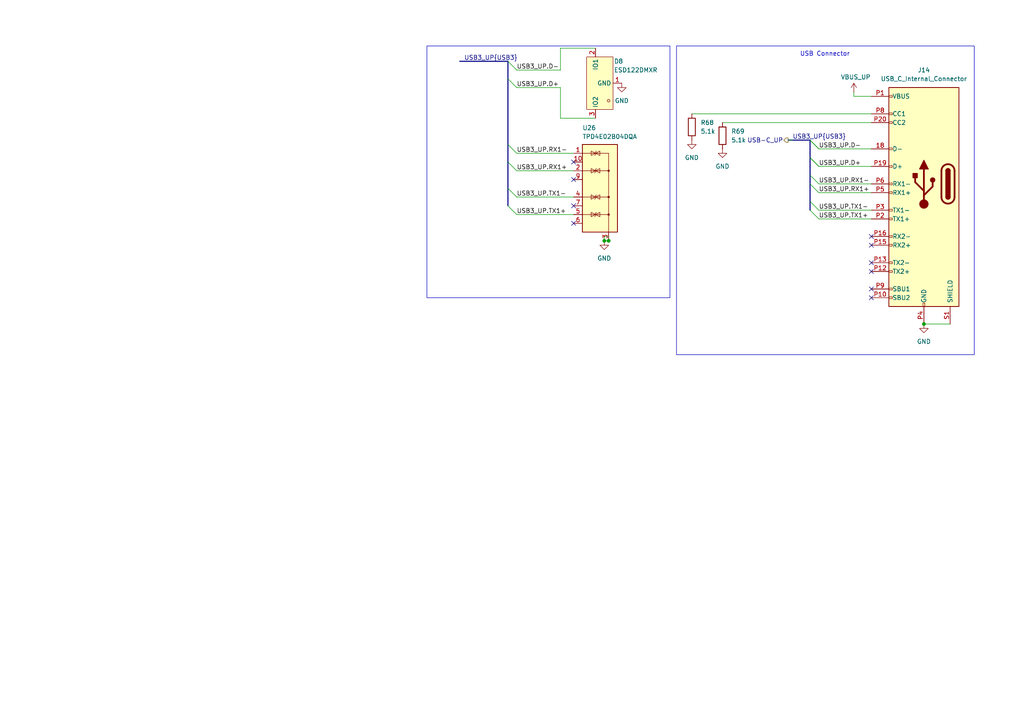
<source format=kicad_sch>
(kicad_sch (version 20250114) (generator "eeschema") (generator_version "9.0")
  (paper "A4")
  (title_block (title "USB Hub"))
  (lib_symbols
    (symbol "Connector:USB_C_Receptacle" (pin_names (offset 1.016))
      (property "Reference" "J13" (at 0 33.02 0))
      (property "Value" "USB_C_Receptacle" (at 0 30.48 0))
      (symbol "USB_C_Receptacle_0_0"
        (rectangle (start -0.254 -35.56) (end 0.254 -34.544))
        (rectangle (start 10.16 25.654) (end 9.144 25.146))
        (rectangle (start 10.16 20.574) (end 9.144 20.066))
        (rectangle (start 10.16 18.034) (end 9.144 17.526))
        (rectangle (start 10.16 10.414) (end 9.144 9.906))
        (rectangle (start 10.16 5.334) (end 9.144 4.826))
        (rectangle (start 10.16 0.254) (end 9.144 -0.254))
        (rectangle (start 10.16 -2.286) (end 9.144 -2.794))
        (rectangle (start 10.16 -7.366) (end 9.144 -7.874))
        (rectangle (start 10.16 -9.906) (end 9.144 -10.414))
        (rectangle (start 10.16 -14.986) (end 9.144 -15.494))
        (rectangle (start 10.16 -17.526) (end 9.144 -18.034))
        (rectangle (start 10.16 -22.606) (end 9.144 -23.114))
        (rectangle (start 10.16 -25.146) (end 9.144 -25.654))
        (rectangle (start 10.16 -30.226) (end 9.144 -30.734))
        (rectangle (start 10.16 -32.766) (end 9.144 -33.274))
      )
      (symbol "USB_C_Receptacle_0_1"
        (rectangle (start -10.16 27.94) (end 10.16 -35.56) (stroke (width 0.254)) (fill (type background)))
        (polyline (pts (xy -8.89 -3.81) (xy -8.89 3.81)) (stroke (width 0.508)))
        (rectangle (start -7.62 -3.81) (end -6.35 3.81) (stroke (width 0.254)) (fill (type outline)))
        (arc (start -7.62 3.81) (mid -6.985 4.4423) (end -6.35 3.81) (stroke (width 0.254)))
        (arc (start -7.62 3.81) (mid -6.985 4.4423) (end -6.35 3.81) (stroke (width 0.254)) (fill (type outline)))
        (arc (start -8.89 3.81) (mid -6.985 5.7067) (end -5.08 3.81) (stroke (width 0.508)))
        (arc (start -5.08 -3.81) (mid -6.985 -5.7067) (end -8.89 -3.81) (stroke (width 0.508)))
        (arc (start -6.35 -3.81) (mid -6.985 -4.4423) (end -7.62 -3.81) (stroke (width 0.254)))
        (arc (start -6.35 -3.81) (mid -6.985 -4.4423) (end -7.62 -3.81) (stroke (width 0.254)) (fill (type outline)))
        (polyline (pts (xy -5.08 3.81) (xy -5.08 -3.81)) (stroke (width 0.508)))
      )
      (symbol "USB_C_Receptacle_1_1"
        (circle (center -2.54 1.143) (radius 0.635) (stroke (width 0.254)) (fill (type outline)))
        (polyline (pts (xy -1.27 4.318) (xy 0 6.858) (xy 1.27 4.318) (xy -1.27 4.318)) (stroke (width 0.254)) (fill (type outline)))
        (polyline (pts (xy 0 -2.032) (xy 2.54 0.508) (xy 2.54 1.778)) (stroke (width 0.508)))
        (polyline (pts (xy 0 -3.302) (xy -2.54 -0.762) (xy -2.54 0.508)) (stroke (width 0.508)))
        (polyline (pts (xy 0 -5.842) (xy 0 4.318)) (stroke (width 0.508)))
        (circle (center 0 -5.842) (radius 1.27) (fill (type outline)))
        (rectangle (start 1.905 1.778) (end 3.175 3.048) (stroke (width 0.254)) (fill (type outline)))
        (pin passive line (at -7.62 -40.64 90) (length 5.08) (name "SHIELD") (number "S1"))
        (pin passive line (at 0 -40.64 90) (length 5.08) (hide yes) (name "GND") (number "P14"))
        (pin passive line (at 0 -40.64 90) (length 5.08) (hide yes) (name "GND") (number "P17"))
        (pin passive line (at 0 -40.64 90) (length 5.08) (name "GND") (number "P4"))
        (pin passive line (at 15.24 25.4 180) (length 5.08) (name "VBUS") (number "P1"))
        (pin passive line (at 15.24 25.4 180) (length 5.08) (hide yes) (name "VBUS") (number "P11"))
        (pin passive line (at 15.24 25.4 180) (length 5.08) (hide yes) (name "VBUS") (number "P7"))
        (pin bidirectional line (at 15.24 20.32 180) (length 5.08) (name "CC1") (number "P8"))
        (pin bidirectional line (at 15.24 17.78 180) (length 5.08) (name "CC2") (number "P20"))
        (pin bidirectional line (at 15.24 10.16 180) (length 5.08) (name "D-") (number "18"))
        (pin bidirectional line (at 15.24 5.08 180) (length 5.08) (name "D+") (number "P19"))
        (pin bidirectional line (at 15.24 0 180) (length 5.08) (name "RX1-") (number "P6"))
        (pin bidirectional line (at 15.24 -2.54 180) (length 5.08) (name "RX1+") (number "P5"))
        (pin bidirectional line (at 15.24 -7.62 180) (length 5.08) (name "TX1-") (number "P3"))
        (pin bidirectional line (at 15.24 -10.16 180) (length 5.08) (name "TX1+") (number "P2"))
        (pin bidirectional line (at 15.24 -15.24 180) (length 5.08) (name "RX2-") (number "P16"))
        (pin bidirectional line (at 15.24 -17.78 180) (length 5.08) (name "RX2+") (number "P15"))
        (pin bidirectional line (at 15.24 -22.86 180) (length 5.08) (name "TX2-") (number "P13"))
        (pin bidirectional line (at 15.24 -25.4 180) (length 5.08) (name "TX2+") (number "P12"))
        (pin bidirectional line (at 15.24 -30.48 180) (length 5.08) (name "SBU1") (number "P9"))
        (pin bidirectional line (at 15.24 -33.02 180) (length 5.08) (name "SBU2") (number "P10"))
      )
    )
    (symbol "Device:R" (pin_numbers (hide yes)) (pin_names (offset 0))
      (property "Reference" "R" (at 2.032 0 90))
      (property "Value" "R" (at 0 0 90))
      (symbol "R_0_1"
        (rectangle (start -1.016 -2.54) (end 1.016 2.54) (stroke (width 0.254)))
      )
      (symbol "R_1_1"
        (pin passive line (at 0 3.81 270) (length 1.27) (name "~") (number "1"))
        (pin passive line (at 0 -3.81 90) (length 1.27) (name "~") (number "2"))
      )
    )
    (symbol "EasyEDA:ESD122DMXR"
      (property "Reference" "D" (at 0 15.24 0))
      (property "Value" "ESD122DMXR" (at 0 -15.24 0))
      (symbol "ESD122DMXR_0_1"
        (rectangle (start -5.08 7.62) (end 2.54 -7.62) (fill (type background)))
        (circle (center -3.81 5.08) (radius 0.38))
        (pin unspecified line (at -7.62 0 0) (length 2.54) (name "GND") (number "1"))
        (pin unspecified line (at 0 10.16 270) (length 2.54) (name "IO2") (number "3"))
        (pin unspecified line (at 0 -10.16 90) (length 2.54) (name "IO1") (number "2"))
      )
    )
    (symbol "Power_Protection:TPD4E02B04DQA" (pin_names (hide yes))
      (property "Reference" "U" (at 2.54 -11.43 0))
      (property "Value" "TPD4E02B04DQA" (at 7.62 1.905 0))
      (symbol "TPD4E02B04DQA_0_0"
        (pin passive line (at 2.54 -15.24 90) (length 2.54) (name "G") (number "3"))
      )
      (symbol "TPD4E02B04DQA_0_1"
        (rectangle (start -5.08 12.7) (end 5.08 -12.7) (stroke (width 0.254)) (fill (type background)))
        (polyline (pts (xy -5.08 10.16) (xy 2.54 10.16)))
        (polyline (pts (xy -5.08 5.08) (xy 2.54 5.08)))
        (polyline (pts (xy -5.08 -2.54) (xy 2.54 -2.54)))
        (polyline (pts (xy -5.08 -7.62) (xy 2.54 -7.62)))
        (polyline (pts (xy -1.27 10.16) (xy 0 9.525) (xy 0 10.795) (xy -1.27 10.16)))
        (polyline (pts (xy -1.27 5.08) (xy 0 4.445) (xy 0 5.715) (xy -1.27 5.08)))
        (polyline (pts (xy -1.27 -2.54) (xy 0 -3.175) (xy 0 -1.905) (xy -1.27 -2.54)))
        (polyline (pts (xy -1.27 -7.62) (xy 0 -8.255) (xy 0 -6.985) (xy -1.27 -7.62)))
        (polyline (pts (xy 2.54 10.16) (xy 2.54 -12.7)) (stroke (width 0.1524)))
        (circle (center 2.54 5.08) (radius 0.254) (fill (type outline)))
        (circle (center 2.54 -2.54) (radius 0.254) (fill (type outline)))
        (circle (center 2.54 -7.62) (radius 0.254) (fill (type outline)))
      )
      (symbol "TPD4E02B04DQA_1_1"
        (polyline (pts (xy -1.524 9.525) (xy -1.27 9.779) (xy -1.27 10.541) (xy -1.016 10.795)))
        (polyline (pts (xy -1.524 4.445) (xy -1.27 4.699) (xy -1.27 5.461) (xy -1.016 5.715)))
        (polyline (pts (xy -1.524 -3.175) (xy -1.27 -2.921) (xy -1.27 -2.159) (xy -1.016 -1.905)))
        (polyline (pts (xy -1.524 -8.255) (xy -1.27 -8.001) (xy -1.27 -7.239) (xy -1.016 -6.985)))
        (polyline (pts (xy -1.27 10.16) (xy -2.54 9.525) (xy -2.54 10.795) (xy -1.27 10.16)))
        (polyline (pts (xy -1.27 5.08) (xy -2.54 4.445) (xy -2.54 5.715) (xy -1.27 5.08)))
        (polyline (pts (xy -1.27 -2.54) (xy -2.54 -3.175) (xy -2.54 -1.905) (xy -1.27 -2.54)))
        (polyline (pts (xy -1.27 -7.62) (xy -2.54 -8.255) (xy -2.54 -6.985) (xy -1.27 -7.62)))
        (pin passive line (at -7.62 10.16 0) (length 2.54) (name "IO1") (number "1"))
        (pin free line (at -7.62 7.62 0) (length 2.54) (name "NC") (number "10"))
        (pin passive line (at -7.62 5.08 0) (length 2.54) (name "IO2") (number "2"))
        (pin free line (at -7.62 2.54 0) (length 2.54) (name "NC") (number "9"))
        (pin passive line (at -7.62 -2.54 0) (length 2.54) (name "IO3") (number "4"))
        (pin free line (at -7.62 -5.08 0) (length 2.54) (name "NC") (number "7"))
        (pin passive line (at -7.62 -7.62 0) (length 2.54) (name "IO4") (number "5"))
        (pin free line (at -7.62 -10.16 0) (length 2.54) (name "NC") (number "6"))
        (pin passive line (at 2.54 -15.24 90) (length 2.54) (hide yes) (name "G") (number "8"))
      )
    )
    (symbol "power:GND" (power) (pin_numbers (hide yes)) (pin_names (offset 0) (hide yes))
      (property "Value" "GND" (at 0 -3.81 0))
      (symbol "GND_0_1"
        (polyline (pts (xy 0 0) (xy 0 -1.27) (xy 1.27 -1.27) (xy 0 -2.54) (xy -1.27 -1.27) (xy 0 -1.27)))
      )
      (symbol "GND_1_1"
        (pin power_in line (at 0 0 270) (length 0) (name "~") (number "1"))
      )
    )
    (symbol "power:VBUS" (power) (pin_numbers (hide yes)) (pin_names (offset 0) (hide yes))
      (property "Value" "VBUS" (at 0 3.556 0))
      (symbol "VBUS_0_1"
        (polyline (pts (xy -0.762 1.27) (xy 0 2.54)))
        (polyline (pts (xy 0 2.54) (xy 0.762 1.27)))
        (polyline (pts (xy 0 0) (xy 0 2.54)))
      )
      (symbol "VBUS_1_1"
        (pin power_in line (at 0 0 90) (length 0) (name "~") (number "1"))
      )
    )
  )
  (rectangle (start 196.215 13.335) (end 282.575 102.87))
  (rectangle (start 123.825 13.335) (end 194.31 86.36))
  (text "USB Connector" (at 239.268 15.748 0) (effects (font (size 1.27 1.27))))
  (junction (at 267.97 93.98))
  (junction (at 175.26 69.85))
  (junction (at 176.53 69.85))
  (no_connect (at 166.37 52.07))
  (no_connect (at 252.73 76.2))
  (no_connect (at 166.37 59.69))
  (no_connect (at 252.73 71.12))
  (no_connect (at 252.73 86.36))
  (no_connect (at 166.37 64.77))
  (no_connect (at 252.73 78.74))
  (no_connect (at 252.73 83.82))
  (no_connect (at 166.37 46.99))
  (no_connect (at 252.73 68.58))
  (bus_entry (at 234.95 50.8) (size 2.54 2.54))
  (bus_entry (at 147.32 41.91) (size 2.54 2.54))
  (bus_entry (at 234.95 53.34) (size 2.54 2.54))
  (bus_entry (at 234.95 45.72) (size 2.54 2.54))
  (bus_entry (at 234.95 40.64) (size 2.54 2.54))
  (bus_entry (at 234.95 60.96) (size 2.54 2.54))
  (bus_entry (at 147.32 59.69) (size 2.54 2.54))
  (bus_entry (at 147.32 46.99) (size 2.54 2.54))
  (bus_entry (at 234.95 45.72) (size 2.54 2.54))
  (bus_entry (at 147.32 54.61) (size 2.54 2.54))
  (bus_entry (at 147.32 17.78) (size 2.54 2.54))
  (bus_entry (at 234.95 58.42) (size 2.54 2.54))
  (bus_entry (at 234.95 40.64) (size 2.54 2.54))
  (bus_entry (at 147.32 22.86) (size 2.54 2.54))
  (bus (pts (xy 147.32 46.99) (xy 147.32 54.61)))
  (bus (pts (xy 147.32 22.86) (xy 147.32 41.91)))
  (wire (pts (xy 237.49 63.5) (xy 252.73 63.5)))
  (wire (pts (xy 247.65 26.67) (xy 247.65 27.94)))
  (wire (pts (xy 228.6 40.64) (xy 229.87 40.64)))
  (wire (pts (xy 149.86 57.15) (xy 166.37 57.15)))
  (wire (pts (xy 149.86 20.32) (xy 162.56 20.32)))
  (wire (pts (xy 149.86 44.45) (xy 166.37 44.45)))
  (bus (pts (xy 147.32 22.86) (xy 147.32 17.78)))
  (wire (pts (xy 237.49 55.88) (xy 252.73 55.88)))
  (wire (pts (xy 176.53 69.85) (xy 175.26 69.85)))
  (wire (pts (xy 149.86 49.53) (xy 166.37 49.53)))
  (wire (pts (xy 176.53 69.85) (xy 176.53 68.58)))
  (bus (pts (xy 228.6 40.64) (xy 234.95 40.64)))
  (wire (pts (xy 267.97 93.98) (xy 275.59 93.98)))
  (wire (pts (xy 247.65 27.94) (xy 252.73 27.94)))
  (wire (pts (xy 149.86 25.4) (xy 162.56 25.4)))
  (wire (pts (xy 162.56 13.97) (xy 172.72 13.97)))
  (bus (pts (xy 147.32 54.61) (xy 147.32 59.69)))
  (wire (pts (xy 162.56 20.32) (xy 162.56 13.97)))
  (wire (pts (xy 175.26 68.58) (xy 175.26 69.85)))
  (bus (pts (xy 234.95 45.72) (xy 234.95 40.64)))
  (wire (pts (xy 237.49 48.26) (xy 252.73 48.26)))
  (bus (pts (xy 234.95 50.8) (xy 234.95 53.34)))
  (wire (pts (xy 237.49 43.18) (xy 252.73 43.18)))
  (bus (pts (xy 234.95 53.34) (xy 234.95 58.42)))
  (wire (pts (xy 200.66 33.02) (xy 252.73 33.02)))
  (wire (pts (xy 209.55 35.56) (xy 252.73 35.56)))
  (wire (pts (xy 162.56 25.4) (xy 162.56 34.29)))
  (bus (pts (xy 133.35 17.78) (xy 147.32 17.78)))
  (wire (pts (xy 149.86 62.23) (xy 166.37 62.23)))
  (wire (pts (xy 237.49 53.34) (xy 252.73 53.34)))
  (bus (pts (xy 234.95 58.42) (xy 234.95 60.96)))
  (wire (pts (xy 176.53 68.58) (xy 175.26 68.58)))
  (wire (pts (xy 162.56 34.29) (xy 172.72 34.29)))
  (bus (pts (xy 234.95 45.72) (xy 234.95 50.8)))
  (wire (pts (xy 237.49 60.96) (xy 252.73 60.96)))
  (bus (pts (xy 147.32 41.91) (xy 147.32 46.99)))
  (label "USB3_UP.TX1+" (at 149.86 62.23 0))
  (label "USB3_UP.TX1+" (at 237.49 63.5 0))
  (label "USB3_UP.D+" (at 149.86 25.4 0))
  (label "USB3_UP.RX1-" (at 237.49 53.34 0))
  (label "USB3_UP.D+" (at 237.49 48.26 0))
  (label "USB3_UP{USB3}" (at 134.62 17.78 0))
  (label "USB3_UP.RX1+" (at 149.86 49.53 0))
  (label "USB3_UP.TX1-" (at 237.49 60.96 0))
  (label "USB3_UP.D-" (at 237.49 43.18 0))
  (label "USB3_UP.RX1+" (at 237.49 55.88 0))
  (label "USB3_UP.D-" (at 149.86 20.32 0))
  (label "USB3_UP{USB3}" (at 229.87 40.64 0))
  (label "USB3_UP.RX1-" (at 149.86 44.45 0))
  (label "USB3_UP.TX1-" (at 149.86 57.15 0))
  (hierarchical_label "USB-C_UP" (shape output) (at 228.6 40.64 180))
  (symbol (lib_id "Device:R") (at 200.66 36.83 0) (unit 1) (on_board no)
    (property "Reference" "R68" (at 203.2 35.5599 0) (effects (justify left)))
    (property "Value" "5.1k" (at 203.2 38.0999 0) (effects (justify left)))
    (property "Description" "Resistor" (effects (hide yes)))
  )
  (symbol (lib_id "power:GND") (at 209.55 43.18 0) (unit 1) (on_board no)
    (property "Reference" "#PWR0209" (effects (hide yes)))
    (property "Value" "GND" (at 209.55 48.26 0))
    (property "Description" "Power symbol creates a global label with name \"GND\" , ground" (effects (hide yes)))
  )
  (symbol (lib_id "power:GND") (at 180.34 24.13 0) (unit 1) (on_board no)
    (property "Reference" "#PWR0206" (effects (hide yes)))
    (property "Value" "GND" (at 180.34 29.21 0))
    (property "Description" "Power symbol creates a global label with name \"GND\" , ground" (effects (hide yes)))
  )
  (symbol (lib_id "power:GND") (at 267.97 93.98 0) (unit 1) (on_board no)
    (property "Reference" "#PWR0211" (effects (hide yes)))
    (property "Value" "GND" (at 267.97 99.06 0))
    (property "Description" "Power symbol creates a global label with name \"GND\" , ground" (effects (hide yes)))
  )
  (symbol (lib_id "power:GND") (at 175.26 69.85 0) (unit 1) (on_board no)
    (property "Reference" "#PWR0210" (effects (hide yes)))
    (property "Value" "GND" (at 175.26 74.93 0))
    (property "Description" "Power symbol creates a global label with name \"GND\" , ground" (effects (hide yes)))
  )
  (symbol (lib_id "Connector:USB_C_Receptacle") (at 267.97 53.34 0) (mirror y) (unit 1) (on_board no)
    (property "Reference" "J14" (at 267.97 20.32 0))
    (property "Value" "USB_C_Internal_Connector" (at 267.97 22.86 0))
    (property "Datasheet" "https://www.usb.org/sites/default/files/documents/usb_type-c.zip" (effects (hide yes)))
    (property "Description" "USB Full-Featured Type-C Receptacle connector" (effects (hide yes)))
  )
  (symbol (lib_id "EasyEDA:ESD122DMXR") (at 172.72 24.13 180) (unit 1) (on_board no)
    (property "Reference" "D8" (at 178.054 17.78 0) (effects (justify right)))
    (property "Value" "ESD122DMXR" (at 178.054 20.32 0) (effects (justify right)))
    (property "Footprint" "EasyEDA:X2SON-3_L1.0-W0.6-L" (effects (hide yes)))
    (property "LCSC Part" "C544474" (effects (hide yes)))
  )
  (symbol (lib_id "Device:R") (at 209.55 39.37 0) (unit 1) (on_board no)
    (property "Reference" "R69" (at 212.09 38.0999 0) (effects (justify left)))
    (property "Value" "5.1k" (at 212.09 40.6399 0) (effects (justify left)))
    (property "Description" "Resistor" (effects (hide yes)))
  )
  (symbol (lib_id "Power_Protection:TPD4E02B04DQA") (at 173.99 54.61 0) (unit 1) (on_board no)
    (property "Reference" "U26" (at 168.91 37.084 0) (effects (justify left)))
    (property "Value" "TPD4E02B04DQA" (at 168.91 39.624 0) (effects (justify left)))
    (property "Footprint" "Package_SON:USON-10_2.5x1.0mm_P0.5mm" (effects (hide yes)))
    (property "Datasheet" "http://www.ti.com/lit/ds/symlink/tpd4e02b04.pdf" (effects (hide yes)))
    (property "Description" "4-Channel ESD Protection Diode for USB Type-C and HDMI 2.0, USON-10" (effects (hide yes)))
  )
  (symbol (lib_id "power:GND") (at 200.66 40.64 0) (unit 1) (on_board no)
    (property "Reference" "#PWR0208" (effects (hide yes)))
    (property "Value" "GND" (at 200.66 45.72 0))
    (property "Description" "Power symbol creates a global label with name \"GND\" , ground" (effects (hide yes)))
  )
  (symbol (lib_id "power:VBUS") (at 247.65 26.67 0) (unit 1) (on_board no)
    (property "Reference" "#PWR0207" (effects (hide yes)))
    (property "Value" "VBUS_UP" (at 243.84 22.352 0) (effects (justify left)))
    (property "Description" "Power symbol creates a global label with name \"VBUS\"" (effects (hide yes)))
  )
)
</source>
